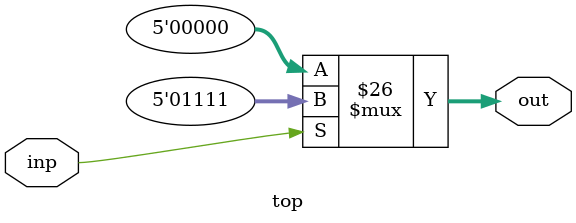
<source format=sv>
module top (
    input logic inp,
    output logic [4:0] out
);
    always @* begin
        out = 0;
        if (inp) begin
            int i;
            for (i = 0; i < 5; i++)
                out[i] = 1'b1;
            out[i - 1] = 1'b0;
        end
    end
endmodule

</source>
